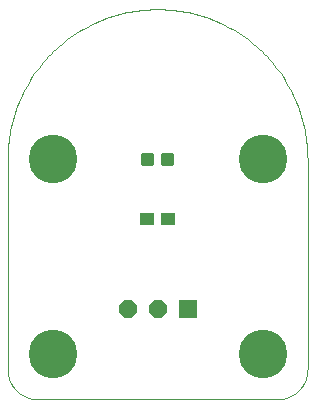
<source format=gts>
G75*
%MOIN*%
%OFA0B0*%
%FSLAX25Y25*%
%IPPOS*%
%LPD*%
%AMOC8*
5,1,8,0,0,1.08239X$1,22.5*
%
%ADD10OC8,0.06000*%
%ADD11R,0.06000X0.06000*%
%ADD12C,0.00000*%
%ADD13C,0.16211*%
%ADD14R,0.04731X0.04337*%
%ADD15C,0.01301*%
D10*
X0046800Y0054006D03*
X0056800Y0054006D03*
D11*
X0066800Y0054006D03*
D12*
X0096800Y0024006D02*
X0016800Y0024006D01*
X0016558Y0024009D01*
X0016317Y0024018D01*
X0016076Y0024032D01*
X0015835Y0024053D01*
X0015595Y0024079D01*
X0015355Y0024111D01*
X0015116Y0024149D01*
X0014879Y0024192D01*
X0014642Y0024242D01*
X0014407Y0024297D01*
X0014173Y0024357D01*
X0013941Y0024424D01*
X0013710Y0024495D01*
X0013481Y0024573D01*
X0013254Y0024656D01*
X0013029Y0024744D01*
X0012806Y0024838D01*
X0012586Y0024937D01*
X0012368Y0025042D01*
X0012153Y0025151D01*
X0011940Y0025266D01*
X0011730Y0025386D01*
X0011524Y0025511D01*
X0011320Y0025641D01*
X0011119Y0025776D01*
X0010922Y0025916D01*
X0010728Y0026060D01*
X0010538Y0026209D01*
X0010352Y0026363D01*
X0010169Y0026521D01*
X0009990Y0026683D01*
X0009815Y0026850D01*
X0009644Y0027021D01*
X0009477Y0027196D01*
X0009315Y0027375D01*
X0009157Y0027558D01*
X0009003Y0027744D01*
X0008854Y0027934D01*
X0008710Y0028128D01*
X0008570Y0028325D01*
X0008435Y0028526D01*
X0008305Y0028730D01*
X0008180Y0028936D01*
X0008060Y0029146D01*
X0007945Y0029359D01*
X0007836Y0029574D01*
X0007731Y0029792D01*
X0007632Y0030012D01*
X0007538Y0030235D01*
X0007450Y0030460D01*
X0007367Y0030687D01*
X0007289Y0030916D01*
X0007218Y0031147D01*
X0007151Y0031379D01*
X0007091Y0031613D01*
X0007036Y0031848D01*
X0006986Y0032085D01*
X0006943Y0032322D01*
X0006905Y0032561D01*
X0006873Y0032801D01*
X0006847Y0033041D01*
X0006826Y0033282D01*
X0006812Y0033523D01*
X0006803Y0033764D01*
X0006800Y0034006D01*
X0006800Y0104006D01*
X0006815Y0105224D01*
X0006859Y0106440D01*
X0006933Y0107656D01*
X0007037Y0108869D01*
X0007170Y0110079D01*
X0007333Y0111286D01*
X0007525Y0112488D01*
X0007746Y0113686D01*
X0007996Y0114878D01*
X0008275Y0116063D01*
X0008583Y0117241D01*
X0008920Y0118411D01*
X0009285Y0119573D01*
X0009678Y0120725D01*
X0010099Y0121868D01*
X0010548Y0122999D01*
X0011024Y0124120D01*
X0011528Y0125229D01*
X0012058Y0126325D01*
X0012615Y0127408D01*
X0013198Y0128477D01*
X0013806Y0129531D01*
X0014441Y0130571D01*
X0015100Y0131594D01*
X0015784Y0132602D01*
X0016493Y0133592D01*
X0017225Y0134565D01*
X0017981Y0135519D01*
X0018760Y0136455D01*
X0019561Y0137372D01*
X0020385Y0138269D01*
X0021230Y0139145D01*
X0022096Y0140001D01*
X0022983Y0140836D01*
X0023890Y0141648D01*
X0024816Y0142438D01*
X0025762Y0143206D01*
X0026725Y0143950D01*
X0027707Y0144670D01*
X0028706Y0145367D01*
X0029721Y0146039D01*
X0030753Y0146686D01*
X0031800Y0147307D01*
X0032862Y0147903D01*
X0033938Y0148473D01*
X0035027Y0149017D01*
X0036130Y0149533D01*
X0037245Y0150023D01*
X0038371Y0150486D01*
X0039508Y0150921D01*
X0040656Y0151328D01*
X0041813Y0151707D01*
X0042979Y0152058D01*
X0044153Y0152380D01*
X0045335Y0152674D01*
X0046524Y0152939D01*
X0047718Y0153174D01*
X0048918Y0153381D01*
X0050123Y0153558D01*
X0051331Y0153706D01*
X0052543Y0153824D01*
X0053758Y0153913D01*
X0054974Y0153973D01*
X0056191Y0154002D01*
X0057409Y0154002D01*
X0058626Y0153973D01*
X0059842Y0153913D01*
X0061057Y0153824D01*
X0062269Y0153706D01*
X0063477Y0153558D01*
X0064682Y0153381D01*
X0065882Y0153174D01*
X0067076Y0152939D01*
X0068265Y0152674D01*
X0069447Y0152380D01*
X0070621Y0152058D01*
X0071787Y0151707D01*
X0072944Y0151328D01*
X0074092Y0150921D01*
X0075229Y0150486D01*
X0076355Y0150023D01*
X0077470Y0149533D01*
X0078573Y0149017D01*
X0079662Y0148473D01*
X0080738Y0147903D01*
X0081800Y0147307D01*
X0082847Y0146686D01*
X0083879Y0146039D01*
X0084894Y0145367D01*
X0085893Y0144670D01*
X0086875Y0143950D01*
X0087838Y0143206D01*
X0088784Y0142438D01*
X0089710Y0141648D01*
X0090617Y0140836D01*
X0091504Y0140001D01*
X0092370Y0139145D01*
X0093215Y0138269D01*
X0094039Y0137372D01*
X0094840Y0136455D01*
X0095619Y0135519D01*
X0096375Y0134565D01*
X0097107Y0133592D01*
X0097816Y0132602D01*
X0098500Y0131594D01*
X0099159Y0130571D01*
X0099794Y0129531D01*
X0100402Y0128477D01*
X0100985Y0127408D01*
X0101542Y0126325D01*
X0102072Y0125229D01*
X0102576Y0124120D01*
X0103052Y0122999D01*
X0103501Y0121868D01*
X0103922Y0120725D01*
X0104315Y0119573D01*
X0104680Y0118411D01*
X0105017Y0117241D01*
X0105325Y0116063D01*
X0105604Y0114878D01*
X0105854Y0113686D01*
X0106075Y0112488D01*
X0106267Y0111286D01*
X0106430Y0110079D01*
X0106563Y0108869D01*
X0106667Y0107656D01*
X0106741Y0106440D01*
X0106785Y0105224D01*
X0106800Y0104006D01*
X0106800Y0034006D01*
X0106797Y0033764D01*
X0106788Y0033523D01*
X0106774Y0033282D01*
X0106753Y0033041D01*
X0106727Y0032801D01*
X0106695Y0032561D01*
X0106657Y0032322D01*
X0106614Y0032085D01*
X0106564Y0031848D01*
X0106509Y0031613D01*
X0106449Y0031379D01*
X0106382Y0031147D01*
X0106311Y0030916D01*
X0106233Y0030687D01*
X0106150Y0030460D01*
X0106062Y0030235D01*
X0105968Y0030012D01*
X0105869Y0029792D01*
X0105764Y0029574D01*
X0105655Y0029359D01*
X0105540Y0029146D01*
X0105420Y0028936D01*
X0105295Y0028730D01*
X0105165Y0028526D01*
X0105030Y0028325D01*
X0104890Y0028128D01*
X0104746Y0027934D01*
X0104597Y0027744D01*
X0104443Y0027558D01*
X0104285Y0027375D01*
X0104123Y0027196D01*
X0103956Y0027021D01*
X0103785Y0026850D01*
X0103610Y0026683D01*
X0103431Y0026521D01*
X0103248Y0026363D01*
X0103062Y0026209D01*
X0102872Y0026060D01*
X0102678Y0025916D01*
X0102481Y0025776D01*
X0102280Y0025641D01*
X0102076Y0025511D01*
X0101870Y0025386D01*
X0101660Y0025266D01*
X0101447Y0025151D01*
X0101232Y0025042D01*
X0101014Y0024937D01*
X0100794Y0024838D01*
X0100571Y0024744D01*
X0100346Y0024656D01*
X0100119Y0024573D01*
X0099890Y0024495D01*
X0099659Y0024424D01*
X0099427Y0024357D01*
X0099193Y0024297D01*
X0098958Y0024242D01*
X0098721Y0024192D01*
X0098484Y0024149D01*
X0098245Y0024111D01*
X0098005Y0024079D01*
X0097765Y0024053D01*
X0097524Y0024032D01*
X0097283Y0024018D01*
X0097042Y0024009D01*
X0096800Y0024006D01*
D13*
X0091800Y0039006D03*
X0091800Y0104006D03*
X0021800Y0104006D03*
X0021800Y0039006D03*
D14*
X0053454Y0084006D03*
X0060146Y0084006D03*
D15*
X0058735Y0102488D02*
X0058735Y0105524D01*
X0061771Y0105524D01*
X0061771Y0102488D01*
X0058735Y0102488D01*
X0058735Y0103788D02*
X0061771Y0103788D01*
X0061771Y0105088D02*
X0058735Y0105088D01*
X0051829Y0105524D02*
X0051829Y0102488D01*
X0051829Y0105524D02*
X0054865Y0105524D01*
X0054865Y0102488D01*
X0051829Y0102488D01*
X0051829Y0103788D02*
X0054865Y0103788D01*
X0054865Y0105088D02*
X0051829Y0105088D01*
M02*

</source>
